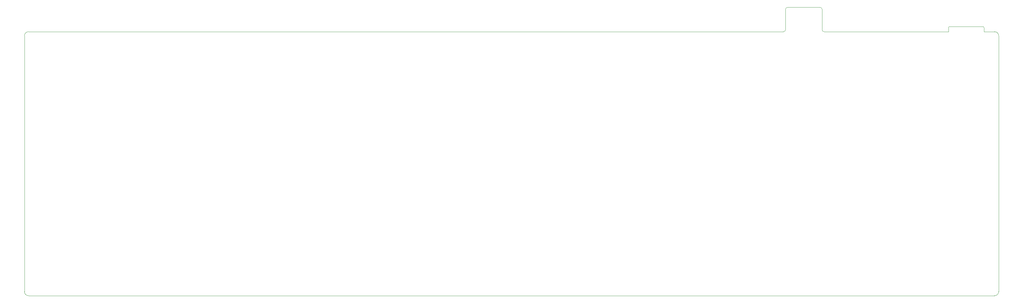
<source format=gbr>
%TF.GenerationSoftware,KiCad,Pcbnew,(5.1.9)-1*%
%TF.CreationDate,2021-09-16T08:02:45-07:00*%
%TF.ProjectId,letItSlide,6c657449-7453-46c6-9964-652e6b696361,rev?*%
%TF.SameCoordinates,Original*%
%TF.FileFunction,Profile,NP*%
%FSLAX46Y46*%
G04 Gerber Fmt 4.6, Leading zero omitted, Abs format (unit mm)*
G04 Created by KiCad (PCBNEW (5.1.9)-1) date 2021-09-16 08:02:45*
%MOMM*%
%LPD*%
G01*
G04 APERTURE LIST*
%TA.AperFunction,Profile*%
%ADD10C,0.050000*%
%TD*%
G04 APERTURE END LIST*
D10*
X297797500Y-13982500D02*
G75*
G02*
X298095000Y-14280000I0J-297500D01*
G01*
X287682500Y-14280000D02*
G75*
G02*
X287980000Y-13982500I297500J0D01*
G01*
X298095000Y-15470000D02*
X301228378Y-15478138D01*
X298095000Y-14280000D02*
X298095000Y-15470000D01*
X287980000Y-13982500D02*
X297797500Y-13982500D01*
X287682500Y-15470000D02*
X287682500Y-14280000D01*
X239911139Y-14882825D02*
G75*
G02*
X239315826Y-15478138I-595313J0D01*
G01*
X251222086Y-15478138D02*
G75*
G02*
X250626773Y-14882825I0J595313D01*
G01*
X250031460Y-8334382D02*
X240506452Y-8334382D01*
X250626773Y-8929695D02*
X250626773Y-14882825D01*
X239911139Y-8929695D02*
X239911139Y-14882825D01*
X239911139Y-8929695D02*
G75*
G02*
X240506452Y-8334382I595313J0D01*
G01*
X250031460Y-8334382D02*
G75*
G02*
X250626773Y-8929695I0J-595313D01*
G01*
X16668764Y-16668764D02*
G75*
G02*
X17859390Y-15478138I1190626J0D01*
G01*
X17859390Y-92868828D02*
G75*
G02*
X16668764Y-91678202I0J1190626D01*
G01*
X302419004Y-91678202D02*
G75*
G02*
X301228378Y-92868828I-1190626J0D01*
G01*
X301228378Y-15478138D02*
G75*
G02*
X302419004Y-16668764I0J-1190626D01*
G01*
X287682500Y-15470000D02*
X251222086Y-15478138D01*
X239315826Y-15478138D02*
X17859390Y-15478138D01*
X302419004Y-91678202D02*
X302419004Y-16668764D01*
X17859390Y-92868828D02*
X301228378Y-92868828D01*
X16668764Y-16668764D02*
X16668764Y-91678202D01*
M02*

</source>
